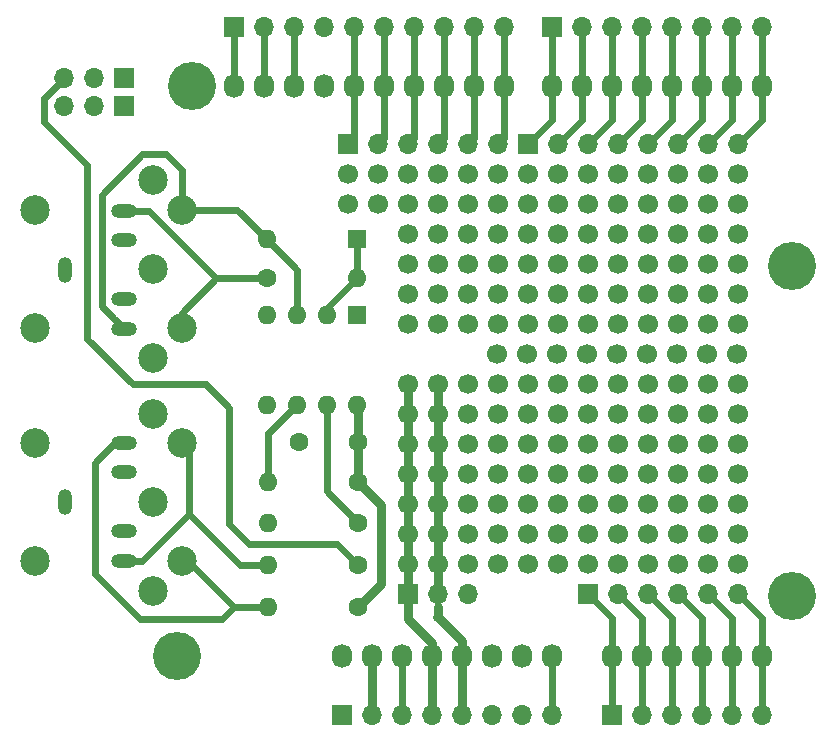
<source format=gbr>
%TF.GenerationSoftware,KiCad,Pcbnew,(6.0.5)*%
%TF.CreationDate,2023-01-02T11:49:04+00:00*%
%TF.ProjectId,ArduinoMIDIProtoShield,41726475-696e-46f4-9d49-444950726f74,rev?*%
%TF.SameCoordinates,Original*%
%TF.FileFunction,Copper,L1,Top*%
%TF.FilePolarity,Positive*%
%FSLAX46Y46*%
G04 Gerber Fmt 4.6, Leading zero omitted, Abs format (unit mm)*
G04 Created by KiCad (PCBNEW (6.0.5)) date 2023-01-02 11:49:04*
%MOMM*%
%LPD*%
G01*
G04 APERTURE LIST*
%TA.AperFunction,ComponentPad*%
%ADD10O,1.700000X1.700000*%
%TD*%
%TA.AperFunction,ComponentPad*%
%ADD11R,1.700000X1.700000*%
%TD*%
%TA.AperFunction,ComponentPad*%
%ADD12O,1.727200X2.032000*%
%TD*%
%TA.AperFunction,ComponentPad*%
%ADD13C,4.064000*%
%TD*%
%TA.AperFunction,ComponentPad*%
%ADD14C,1.700000*%
%TD*%
%TA.AperFunction,ComponentPad*%
%ADD15R,1.600000X1.600000*%
%TD*%
%TA.AperFunction,ComponentPad*%
%ADD16O,1.600000X1.600000*%
%TD*%
%TA.AperFunction,ComponentPad*%
%ADD17C,1.600000*%
%TD*%
%TA.AperFunction,WasherPad*%
%ADD18C,2.499360*%
%TD*%
%TA.AperFunction,ComponentPad*%
%ADD19C,2.499360*%
%TD*%
%TA.AperFunction,ComponentPad*%
%ADD20O,2.200000X1.200000*%
%TD*%
%TA.AperFunction,ComponentPad*%
%ADD21O,1.200000X2.200000*%
%TD*%
%TA.AperFunction,Conductor*%
%ADD22C,0.600000*%
%TD*%
%TA.AperFunction,Conductor*%
%ADD23C,0.800000*%
%TD*%
G04 APERTURE END LIST*
D10*
%TO.P,J12,10,Pin_10*%
%TO.N,/8*%
X152654000Y-70586000D03*
%TO.P,J12,9,Pin_9*%
%TO.N,/9(\u002A\u002A)*%
X150114000Y-70586000D03*
%TO.P,J12,8,Pin_8*%
%TO.N,/10(\u002A\u002A{slash}SS)*%
X147574000Y-70586000D03*
%TO.P,J12,7,Pin_7*%
%TO.N,/11(\u002A\u002A{slash}MOSI)*%
X145034000Y-70586000D03*
%TO.P,J12,6,Pin_6*%
%TO.N,/12(MISO)*%
X142494000Y-70586000D03*
%TO.P,J12,5,Pin_5*%
%TO.N,/13(SCK)*%
X139954000Y-70586000D03*
%TO.P,J12,4,Pin_4*%
%TO.N,GND*%
X137414000Y-70586000D03*
%TO.P,J12,3,Pin_3*%
%TO.N,/AREF*%
X134874000Y-70586000D03*
%TO.P,J12,2,Pin_2*%
%TO.N,/A4(SDA)*%
X132334000Y-70586000D03*
D11*
%TO.P,J12,1,Pin_1*%
%TO.N,/A5(SCL)*%
X129794000Y-70586000D03*
%TD*%
%TO.P,J11,1,Pin_1*%
%TO.N,/7*%
X156718000Y-70586000D03*
D10*
%TO.P,J11,2,Pin_2*%
%TO.N,/6(\u002A\u002A)*%
X159258000Y-70586000D03*
%TO.P,J11,3,Pin_3*%
%TO.N,/5(\u002A\u002A)*%
X161798000Y-70586000D03*
%TO.P,J11,4,Pin_4*%
%TO.N,/4*%
X164338000Y-70586000D03*
%TO.P,J11,5,Pin_5*%
%TO.N,/3(\u002A\u002A)*%
X166878000Y-70586000D03*
%TO.P,J11,6,Pin_6*%
%TO.N,/2*%
X169418000Y-70586000D03*
%TO.P,J11,7,Pin_7*%
%TO.N,/1(Tx)*%
X171958000Y-70586000D03*
%TO.P,J11,8,Pin_8*%
%TO.N,/0(Rx)*%
X174498000Y-70586000D03*
%TD*%
D11*
%TO.P,J10,1,Pin_1*%
%TO.N,/A0*%
X161798000Y-128825000D03*
D10*
%TO.P,J10,2,Pin_2*%
%TO.N,/A1*%
X164338000Y-128825000D03*
%TO.P,J10,3,Pin_3*%
%TO.N,/A2*%
X166878000Y-128825000D03*
%TO.P,J10,4,Pin_4*%
%TO.N,/A3*%
X169418000Y-128825000D03*
%TO.P,J10,5,Pin_5*%
%TO.N,/A4(SDA)*%
X171958000Y-128825000D03*
%TO.P,J10,6,Pin_6*%
%TO.N,/A5(SCL)*%
X174498000Y-128825000D03*
%TD*%
D11*
%TO.P,J9,1,Pin_1*%
%TO.N,unconnected-(J9-Pad1)*%
X138938000Y-128825000D03*
D10*
%TO.P,J9,2,Pin_2*%
%TO.N,/IOREF*%
X141478000Y-128825000D03*
%TO.P,J9,3,Pin_3*%
%TO.N,/Reset*%
X144018000Y-128825000D03*
%TO.P,J9,4,Pin_4*%
%TO.N,+3V3*%
X146558000Y-128825000D03*
%TO.P,J9,5,Pin_5*%
%TO.N,+5V*%
X149098000Y-128825000D03*
%TO.P,J9,6,Pin_6*%
%TO.N,GND*%
X151638000Y-128825000D03*
%TO.P,J9,7,Pin_7*%
X154178000Y-128825000D03*
%TO.P,J9,8,Pin_8*%
%TO.N,/Vin*%
X156718000Y-128825000D03*
%TD*%
D12*
%TO.P,P1,1,Pin_1*%
%TO.N,unconnected-(P1-Pad1)*%
X138938000Y-123825000D03*
%TO.P,P1,2,Pin_2*%
%TO.N,/IOREF*%
X141478000Y-123825000D03*
%TO.P,P1,3,Pin_3*%
%TO.N,/Reset*%
X144018000Y-123825000D03*
%TO.P,P1,4,Pin_4*%
%TO.N,+3V3*%
X146558000Y-123825000D03*
%TO.P,P1,5,Pin_5*%
%TO.N,+5V*%
X149098000Y-123825000D03*
%TO.P,P1,6,Pin_6*%
%TO.N,GND*%
X151638000Y-123825000D03*
%TO.P,P1,7,Pin_7*%
X154178000Y-123825000D03*
%TO.P,P1,8,Pin_8*%
%TO.N,/Vin*%
X156718000Y-123825000D03*
%TD*%
%TO.P,P2,1,Pin_1*%
%TO.N,/A0*%
X161798000Y-123825000D03*
%TO.P,P2,2,Pin_2*%
%TO.N,/A1*%
X164338000Y-123825000D03*
%TO.P,P2,3,Pin_3*%
%TO.N,/A2*%
X166878000Y-123825000D03*
%TO.P,P2,4,Pin_4*%
%TO.N,/A3*%
X169418000Y-123825000D03*
%TO.P,P2,5,Pin_5*%
%TO.N,/A4(SDA)*%
X171958000Y-123825000D03*
%TO.P,P2,6,Pin_6*%
%TO.N,/A5(SCL)*%
X174498000Y-123825000D03*
%TD*%
%TO.P,P3,1,Pin_1*%
%TO.N,/A5(SCL)*%
X129794000Y-75565000D03*
%TO.P,P3,2,Pin_2*%
%TO.N,/A4(SDA)*%
X132334000Y-75565000D03*
%TO.P,P3,3,Pin_3*%
%TO.N,/AREF*%
X134874000Y-75565000D03*
%TO.P,P3,4,Pin_4*%
%TO.N,GND*%
X137414000Y-75565000D03*
%TO.P,P3,5,Pin_5*%
%TO.N,/13(SCK)*%
X139954000Y-75565000D03*
%TO.P,P3,6,Pin_6*%
%TO.N,/12(MISO)*%
X142494000Y-75565000D03*
%TO.P,P3,7,Pin_7*%
%TO.N,/11(\u002A\u002A{slash}MOSI)*%
X145034000Y-75565000D03*
%TO.P,P3,8,Pin_8*%
%TO.N,/10(\u002A\u002A{slash}SS)*%
X147574000Y-75565000D03*
%TO.P,P3,9,Pin_9*%
%TO.N,/9(\u002A\u002A)*%
X150114000Y-75565000D03*
%TO.P,P3,10,Pin_10*%
%TO.N,/8*%
X152654000Y-75565000D03*
%TD*%
%TO.P,P4,1,Pin_1*%
%TO.N,/7*%
X156718000Y-75565000D03*
%TO.P,P4,2,Pin_2*%
%TO.N,/6(\u002A\u002A)*%
X159258000Y-75565000D03*
%TO.P,P4,3,Pin_3*%
%TO.N,/5(\u002A\u002A)*%
X161798000Y-75565000D03*
%TO.P,P4,4,Pin_4*%
%TO.N,/4*%
X164338000Y-75565000D03*
%TO.P,P4,5,Pin_5*%
%TO.N,/3(\u002A\u002A)*%
X166878000Y-75565000D03*
%TO.P,P4,6,Pin_6*%
%TO.N,/2*%
X169418000Y-75565000D03*
%TO.P,P4,7,Pin_7*%
%TO.N,/1(Tx)*%
X171958000Y-75565000D03*
%TO.P,P4,8,Pin_8*%
%TO.N,/0(Rx)*%
X174498000Y-75565000D03*
%TD*%
D13*
%TO.P,P5,1,Pin_1*%
%TO.N,unconnected-(P5-Pad1)*%
X124968000Y-123825000D03*
%TD*%
%TO.P,P6,1,Pin_1*%
%TO.N,unconnected-(P6-Pad1)*%
X177038000Y-118745000D03*
%TD*%
%TO.P,P7,1,Pin_1*%
%TO.N,unconnected-(P7-Pad1)*%
X126238000Y-75565000D03*
%TD*%
%TO.P,P8,1,Pin_1*%
%TO.N,unconnected-(P8-Pad1)*%
X177038000Y-90805000D03*
%TD*%
D14*
%TO.P,,1*%
%TO.N,N/C*%
X162306000Y-110972600D03*
%TD*%
%TO.P,,1*%
%TO.N,N/C*%
X167386000Y-85572600D03*
%TD*%
%TO.P,,1*%
%TO.N,N/C*%
X169926000Y-110972600D03*
%TD*%
%TO.P,,1*%
%TO.N,N/C*%
X152146000Y-108432600D03*
%TD*%
%TO.P,,1*%
%TO.N,N/C*%
X164846000Y-100812600D03*
%TD*%
%TO.P,,1*%
%TO.N,N/C*%
X154686000Y-90652600D03*
%TD*%
%TO.P,,1*%
%TO.N,N/C*%
X172466000Y-116052600D03*
%TD*%
%TO.P,,1*%
%TO.N,N/C*%
X169926000Y-93192600D03*
%TD*%
%TO.P,,1*%
%TO.N,N/C*%
X154686000Y-116052600D03*
%TD*%
%TO.P,,1*%
%TO.N,N/C*%
X167386000Y-105892600D03*
%TD*%
%TO.P,,1*%
%TO.N,N/C*%
X167386000Y-116052600D03*
%TD*%
%TO.P,,1*%
%TO.N,N/C*%
X147066000Y-90652600D03*
%TD*%
%TO.P,,1*%
%TO.N,N/C*%
X147066000Y-88112600D03*
%TD*%
%TO.P,,1*%
%TO.N,N/C*%
X157200600Y-98272600D03*
%TD*%
%TO.P,,1*%
%TO.N,N/C*%
X144526000Y-90652600D03*
%TD*%
%TO.P,,1*%
%TO.N,N/C*%
X162306000Y-116052600D03*
%TD*%
%TO.P,,1*%
%TO.N,N/C*%
X157226000Y-108432600D03*
%TD*%
%TO.P,,1*%
%TO.N,N/C*%
X152146000Y-93192600D03*
%TD*%
%TO.P,,1*%
%TO.N,N/C*%
X147066000Y-83032600D03*
%TD*%
%TO.P,,1*%
%TO.N,N/C*%
X164846000Y-93192600D03*
%TD*%
%TO.P,,1*%
%TO.N,N/C*%
X147066000Y-85572600D03*
%TD*%
%TO.P,,1*%
%TO.N,N/C*%
X141990000Y-83030000D03*
%TD*%
%TO.P,,1*%
%TO.N,N/C*%
X159766000Y-100812600D03*
%TD*%
%TO.P,,1*%
%TO.N,N/C*%
X157226000Y-90652600D03*
%TD*%
%TO.P,,1*%
%TO.N,N/C*%
X169926000Y-100812600D03*
%TD*%
%TO.P,,1*%
%TO.N,N/C*%
X169926000Y-90652600D03*
%TD*%
%TO.P,,1*%
%TO.N,+3V3*%
X144526000Y-100812600D03*
%TD*%
D15*
%TO.P,U1,1,NC*%
%TO.N,unconnected-(U1-Pad1)*%
X140223400Y-94929800D03*
D16*
%TO.P,U1,2,C1*%
%TO.N,Net-(D1-Pad1)*%
X137683400Y-94929800D03*
%TO.P,U1,3,C2*%
%TO.N,Net-(D1-Pad2)*%
X135143400Y-94929800D03*
%TO.P,U1,4,NC*%
%TO.N,unconnected-(U1-Pad4)*%
X132603400Y-94929800D03*
%TO.P,U1,5,GND*%
%TO.N,GND*%
X132603400Y-102549800D03*
%TO.P,U1,6,VO2*%
%TO.N,Net-(J4-Pad3)*%
X135143400Y-102549800D03*
%TO.P,U1,7,VO1*%
%TO.N,Net-(R4-Pad1)*%
X137683400Y-102549800D03*
%TO.P,U1,8,VCC*%
%TO.N,+5V*%
X140223400Y-102549800D03*
%TD*%
D14*
%TO.P,,1*%
%TO.N,N/C*%
X162280600Y-98272600D03*
%TD*%
%TO.P,,1*%
%TO.N,GND*%
X149606000Y-105892600D03*
%TD*%
%TO.P,,1*%
%TO.N,N/C*%
X164846000Y-90652600D03*
%TD*%
%TO.P,,1*%
%TO.N,N/C*%
X159766000Y-88112600D03*
%TD*%
%TO.P,,1*%
%TO.N,+3V3*%
X144526000Y-110972600D03*
%TD*%
%TO.P,,1*%
%TO.N,+3V3*%
X144526000Y-113512600D03*
%TD*%
D11*
%TO.P,J7,1,Pin_1*%
%TO.N,/13(SCK)*%
X139446000Y-80492600D03*
D10*
%TO.P,J7,2,Pin_2*%
%TO.N,/12(MISO)*%
X141986000Y-80492600D03*
%TO.P,J7,3,Pin_3*%
%TO.N,/11(\u002A\u002A{slash}MOSI)*%
X144526000Y-80492600D03*
%TO.P,J7,4,Pin_4*%
%TO.N,/10(\u002A\u002A{slash}SS)*%
X147066000Y-80492600D03*
%TO.P,J7,5,Pin_5*%
%TO.N,/9(\u002A\u002A)*%
X149606000Y-80492600D03*
%TO.P,J7,6,Pin_6*%
%TO.N,/8*%
X152146000Y-80492600D03*
%TD*%
D14*
%TO.P,,1*%
%TO.N,N/C*%
X169926000Y-88112600D03*
%TD*%
D17*
%TO.P,R3,1*%
%TO.N,Net-(IN1-Pad4)*%
X132588000Y-91846400D03*
D16*
%TO.P,R3,2*%
%TO.N,Net-(D1-Pad1)*%
X140208000Y-91846400D03*
%TD*%
D14*
%TO.P,,1*%
%TO.N,N/C*%
X159766000Y-90652600D03*
%TD*%
D17*
%TO.P,R5,1*%
%TO.N,+5V*%
X140335000Y-109093000D03*
D16*
%TO.P,R5,2*%
%TO.N,Net-(J4-Pad3)*%
X132715000Y-109093000D03*
%TD*%
D14*
%TO.P,,1*%
%TO.N,N/C*%
X152146000Y-83032600D03*
%TD*%
%TO.P,,1*%
%TO.N,N/C*%
X172466000Y-103352600D03*
%TD*%
D15*
%TO.P,D1,1,K*%
%TO.N,Net-(D1-Pad1)*%
X140208000Y-88544400D03*
D16*
%TO.P,D1,2,A*%
%TO.N,Net-(D1-Pad2)*%
X132588000Y-88544400D03*
%TD*%
D14*
%TO.P,,1*%
%TO.N,N/C*%
X159766000Y-83032600D03*
%TD*%
D17*
%TO.P,R4,1*%
%TO.N,Net-(R4-Pad1)*%
X140335000Y-112522000D03*
D16*
%TO.P,R4,2*%
%TO.N,GND*%
X132715000Y-112522000D03*
%TD*%
D14*
%TO.P,,1*%
%TO.N,N/C*%
X172466000Y-85572600D03*
%TD*%
%TO.P,,1*%
%TO.N,N/C*%
X172466000Y-113512600D03*
%TD*%
%TO.P,,1*%
%TO.N,N/C*%
X152146000Y-103352600D03*
%TD*%
%TO.P,,1*%
%TO.N,N/C*%
X164846000Y-85572600D03*
%TD*%
%TO.P,,1*%
%TO.N,N/C*%
X164846000Y-95732600D03*
%TD*%
%TO.P,,1*%
%TO.N,N/C*%
X147066000Y-95732600D03*
%TD*%
%TO.P,,1*%
%TO.N,GND*%
X149606000Y-113512600D03*
%TD*%
%TO.P,,1*%
%TO.N,N/C*%
X157226000Y-85572600D03*
%TD*%
%TO.P,,1*%
%TO.N,N/C*%
X164846000Y-110972600D03*
%TD*%
%TO.P,,1*%
%TO.N,+3V3*%
X144526000Y-108432600D03*
%TD*%
%TO.P,,1*%
%TO.N,N/C*%
X157226000Y-103352600D03*
%TD*%
%TO.P,,1*%
%TO.N,N/C*%
X169926000Y-83032600D03*
%TD*%
%TO.P,,1*%
%TO.N,N/C*%
X162306000Y-85572600D03*
%TD*%
%TO.P,,1*%
%TO.N,N/C*%
X164846000Y-88112600D03*
%TD*%
%TO.P,,1*%
%TO.N,+5V*%
X147066000Y-103352600D03*
%TD*%
%TO.P,,1*%
%TO.N,N/C*%
X162306000Y-83032600D03*
%TD*%
%TO.P,,1*%
%TO.N,+3V3*%
X144526000Y-116052600D03*
%TD*%
%TO.P,,1*%
%TO.N,N/C*%
X157226000Y-88112600D03*
%TD*%
%TO.P,,1*%
%TO.N,+5V*%
X147066000Y-105892600D03*
%TD*%
%TO.P,,1*%
%TO.N,N/C*%
X167386000Y-100812600D03*
%TD*%
D17*
%TO.P,C1,1*%
%TO.N,+5V*%
X140295000Y-105664000D03*
%TO.P,C1,2*%
%TO.N,GND*%
X135295000Y-105664000D03*
%TD*%
D14*
%TO.P,,1*%
%TO.N,N/C*%
X167386000Y-93192600D03*
%TD*%
%TO.P,,1*%
%TO.N,N/C*%
X157226000Y-95732600D03*
%TD*%
%TO.P,,1*%
%TO.N,N/C*%
X162306000Y-100812600D03*
%TD*%
%TO.P,,1*%
%TO.N,N/C*%
X172466000Y-93192600D03*
%TD*%
%TO.P,,1*%
%TO.N,N/C*%
X152146000Y-90652600D03*
%TD*%
%TO.P,,1*%
%TO.N,N/C*%
X157226000Y-113512600D03*
%TD*%
%TO.P,,1*%
%TO.N,N/C*%
X157226000Y-116052600D03*
%TD*%
%TO.P,,1*%
%TO.N,N/C*%
X169926000Y-113512600D03*
%TD*%
%TO.P,,1*%
%TO.N,N/C*%
X157226000Y-83032600D03*
%TD*%
%TO.P,,1*%
%TO.N,N/C*%
X152146000Y-85572600D03*
%TD*%
%TO.P,,1*%
%TO.N,N/C*%
X172466000Y-110972600D03*
%TD*%
%TO.P,,1*%
%TO.N,N/C*%
X159766000Y-105892600D03*
%TD*%
%TO.P,,1*%
%TO.N,N/C*%
X164846000Y-103352600D03*
%TD*%
%TO.P,,1*%
%TO.N,N/C*%
X154686000Y-105892600D03*
%TD*%
%TO.P,,1*%
%TO.N,N/C*%
X172466000Y-105892600D03*
%TD*%
%TO.P,,1*%
%TO.N,N/C*%
X169926000Y-108432600D03*
%TD*%
%TO.P,,1*%
%TO.N,N/C*%
X152146000Y-100812600D03*
%TD*%
%TO.P,,1*%
%TO.N,N/C*%
X154686000Y-85572600D03*
%TD*%
%TO.P,,1*%
%TO.N,N/C*%
X164846000Y-105892600D03*
%TD*%
%TO.P,,1*%
%TO.N,N/C*%
X167386000Y-108432600D03*
%TD*%
%TO.P,,1*%
%TO.N,N/C*%
X164846000Y-108432600D03*
%TD*%
%TO.P,,1*%
%TO.N,GND*%
X149606000Y-116052600D03*
%TD*%
%TO.P,,1*%
%TO.N,N/C*%
X154686000Y-95732600D03*
%TD*%
%TO.P,,1*%
%TO.N,N/C*%
X167386000Y-90652600D03*
%TD*%
%TO.P,,1*%
%TO.N,N/C*%
X162306000Y-105892600D03*
%TD*%
%TO.P,,1*%
%TO.N,N/C*%
X167386000Y-83032600D03*
%TD*%
%TO.P,,1*%
%TO.N,N/C*%
X139450000Y-85570000D03*
%TD*%
%TO.P,,1*%
%TO.N,N/C*%
X172466000Y-90652600D03*
%TD*%
%TO.P,,1*%
%TO.N,N/C*%
X154686000Y-93192600D03*
%TD*%
%TO.P,,1*%
%TO.N,N/C*%
X167386000Y-103352600D03*
%TD*%
%TO.P,,1*%
%TO.N,N/C*%
X154686000Y-113512600D03*
%TD*%
D18*
%TO.P,IN1,*%
%TO.N,*%
X112938300Y-86037740D03*
X112938300Y-96040260D03*
D19*
%TO.P,IN1,1*%
%TO.N,unconnected-(IN1-Pad1)*%
X122933200Y-98537080D03*
%TO.P,IN1,2*%
%TO.N,unconnected-(IN1-Pad2)*%
X122935740Y-91039000D03*
%TO.P,IN1,3*%
%TO.N,unconnected-(IN1-Pad3)*%
X122933200Y-83540920D03*
%TO.P,IN1,4*%
%TO.N,Net-(IN1-Pad4)*%
X125435100Y-96035180D03*
%TO.P,IN1,5*%
%TO.N,Net-(D1-Pad2)*%
X125435100Y-86042820D03*
%TD*%
D11*
%TO.P,J5,1,Pin_1*%
%TO.N,+3V3*%
X144526000Y-118592600D03*
D10*
%TO.P,J5,2,Pin_2*%
%TO.N,+5V*%
X147066000Y-118592600D03*
%TO.P,J5,3,Pin_3*%
%TO.N,GND*%
X149606000Y-118592600D03*
%TD*%
D14*
%TO.P,,1*%
%TO.N,+5V*%
X147066000Y-108432600D03*
%TD*%
%TO.P,,1*%
%TO.N,N/C*%
X152120600Y-98272600D03*
%TD*%
%TO.P,,1*%
%TO.N,+5V*%
X147066000Y-110972600D03*
%TD*%
%TO.P,,1*%
%TO.N,N/C*%
X152146000Y-110972600D03*
%TD*%
%TO.P,,1*%
%TO.N,+5V*%
X147066000Y-116052600D03*
%TD*%
D20*
%TO.P,J2,R*%
%TO.N,Net-(J2-PadR)*%
X120493800Y-105750000D03*
%TO.P,J2,RN*%
%TO.N,N/C*%
X120493800Y-108250000D03*
D21*
%TO.P,J2,S*%
%TO.N,GND*%
X115493800Y-110750000D03*
D20*
%TO.P,J2,T*%
%TO.N,Net-(J2-PadT)*%
X120493800Y-115750000D03*
%TO.P,J2,TN*%
%TO.N,N/C*%
X120493800Y-113250000D03*
%TD*%
D14*
%TO.P,,1*%
%TO.N,N/C*%
X152146000Y-113512600D03*
%TD*%
%TO.P,,1*%
%TO.N,N/C*%
X162306000Y-95732600D03*
%TD*%
%TO.P,,1*%
%TO.N,GND*%
X149606000Y-100812600D03*
%TD*%
%TO.P,,1*%
%TO.N,N/C*%
X169926000Y-85572600D03*
%TD*%
%TO.P,,1*%
%TO.N,N/C*%
X162306000Y-88112600D03*
%TD*%
%TO.P,,1*%
%TO.N,N/C*%
X154686000Y-100812600D03*
%TD*%
%TO.P,,1*%
%TO.N,N/C*%
X164846000Y-113512600D03*
%TD*%
%TO.P,,1*%
%TO.N,GND*%
X149606000Y-110972600D03*
%TD*%
%TO.P,,1*%
%TO.N,N/C*%
X167360600Y-98272600D03*
%TD*%
%TO.P,,1*%
%TO.N,GND*%
X149606000Y-103352600D03*
%TD*%
%TO.P,,1*%
%TO.N,N/C*%
X159766000Y-110972600D03*
%TD*%
%TO.P,,1*%
%TO.N,N/C*%
X159766000Y-103352600D03*
%TD*%
%TO.P,,1*%
%TO.N,N/C*%
X144526000Y-85572600D03*
%TD*%
%TO.P,,1*%
%TO.N,N/C*%
X167386000Y-113512600D03*
%TD*%
%TO.P,,1*%
%TO.N,N/C*%
X169926000Y-95732600D03*
%TD*%
%TO.P,,1*%
%TO.N,N/C*%
X167386000Y-88112600D03*
%TD*%
%TO.P,,1*%
%TO.N,N/C*%
X149606000Y-88112600D03*
%TD*%
%TO.P,,1*%
%TO.N,N/C*%
X172466000Y-100812600D03*
%TD*%
D20*
%TO.P,J1,R*%
%TO.N,Net-(IN1-Pad4)*%
X120493800Y-86100000D03*
%TO.P,J1,RN*%
%TO.N,N/C*%
X120493800Y-88600000D03*
D21*
%TO.P,J1,S*%
%TO.N,unconnected-(J1-PadS)*%
X115493800Y-91100000D03*
D20*
%TO.P,J1,T*%
%TO.N,Net-(D1-Pad2)*%
X120493800Y-96100000D03*
%TO.P,J1,TN*%
%TO.N,N/C*%
X120493800Y-93600000D03*
%TD*%
D14*
%TO.P,,1*%
%TO.N,N/C*%
X172466000Y-95732600D03*
%TD*%
%TO.P,,1*%
%TO.N,N/C*%
X144526000Y-88112600D03*
%TD*%
%TO.P,,1*%
%TO.N,N/C*%
X149606000Y-85572600D03*
%TD*%
%TO.P,,1*%
%TO.N,+5V*%
X147066000Y-100812600D03*
%TD*%
%TO.P,,1*%
%TO.N,N/C*%
X167386000Y-95732600D03*
%TD*%
%TO.P,,1*%
%TO.N,N/C*%
X154686000Y-108432600D03*
%TD*%
%TO.P,,1*%
%TO.N,N/C*%
X152146000Y-88112600D03*
%TD*%
%TO.P,,1*%
%TO.N,N/C*%
X162306000Y-93192600D03*
%TD*%
D18*
%TO.P,OUT1,*%
%TO.N,*%
X112938300Y-115789260D03*
X112938300Y-105786740D03*
D19*
%TO.P,OUT1,1*%
%TO.N,unconnected-(OUT1-Pad1)*%
X122933200Y-118286080D03*
%TO.P,OUT1,2*%
%TO.N,GND*%
X122935740Y-110788000D03*
%TO.P,OUT1,3*%
%TO.N,unconnected-(OUT1-Pad3)*%
X122933200Y-103289920D03*
%TO.P,OUT1,4*%
%TO.N,Net-(J2-PadR)*%
X125435100Y-115784180D03*
%TO.P,OUT1,5*%
%TO.N,Net-(J2-PadT)*%
X125435100Y-105791820D03*
%TD*%
D14*
%TO.P,,1*%
%TO.N,+3V3*%
X144526000Y-103352600D03*
%TD*%
%TO.P,,1*%
%TO.N,N/C*%
X157226000Y-100812600D03*
%TD*%
%TO.P,,1*%
%TO.N,N/C*%
X169926000Y-105892600D03*
%TD*%
D11*
%TO.P,J6,1,Pin_1*%
%TO.N,/A0*%
X159766000Y-118592600D03*
D10*
%TO.P,J6,2,Pin_2*%
%TO.N,/A1*%
X162306000Y-118592600D03*
%TO.P,J6,3,Pin_3*%
%TO.N,/A2*%
X164846000Y-118592600D03*
%TO.P,J6,4,Pin_4*%
%TO.N,/A3*%
X167386000Y-118592600D03*
%TO.P,J6,5,Pin_5*%
%TO.N,/A4(SDA)*%
X169926000Y-118592600D03*
%TO.P,J6,6,Pin_6*%
%TO.N,/A5(SCL)*%
X172466000Y-118592600D03*
%TD*%
D17*
%TO.P,R1,1*%
%TO.N,+5V*%
X140335000Y-119634000D03*
D16*
%TO.P,R1,2*%
%TO.N,Net-(J2-PadR)*%
X132715000Y-119634000D03*
%TD*%
D14*
%TO.P,,1*%
%TO.N,N/C*%
X159766000Y-108432600D03*
%TD*%
%TO.P,,1*%
%TO.N,N/C*%
X172466000Y-83032600D03*
%TD*%
%TO.P,,1*%
%TO.N,+5V*%
X147066000Y-113512600D03*
%TD*%
%TO.P,,1*%
%TO.N,N/C*%
X154686000Y-88112600D03*
%TD*%
%TO.P,,1*%
%TO.N,N/C*%
X157226000Y-105892600D03*
%TD*%
%TO.P,,1*%
%TO.N,N/C*%
X141990000Y-85570000D03*
%TD*%
%TO.P,,1*%
%TO.N,N/C*%
X167386000Y-110972600D03*
%TD*%
%TO.P,,1*%
%TO.N,N/C*%
X162306000Y-103352600D03*
%TD*%
%TO.P,,1*%
%TO.N,N/C*%
X162306000Y-90652600D03*
%TD*%
%TO.P,,1*%
%TO.N,N/C*%
X169926000Y-116052600D03*
%TD*%
%TO.P,,1*%
%TO.N,N/C*%
X139450000Y-83030000D03*
%TD*%
%TO.P,,1*%
%TO.N,N/C*%
X164820600Y-98272600D03*
%TD*%
%TO.P,,1*%
%TO.N,N/C*%
X144526000Y-93192600D03*
%TD*%
D11*
%TO.P,J4,1,Pin_1*%
%TO.N,/0(Rx)*%
X120505000Y-77280000D03*
D10*
%TO.P,J4,2,Pin_2*%
X117965000Y-77280000D03*
%TO.P,J4,3,Pin_3*%
%TO.N,Net-(J4-Pad3)*%
X115425000Y-77280000D03*
%TD*%
D14*
%TO.P,,1*%
%TO.N,N/C*%
X162306000Y-108432600D03*
%TD*%
%TO.P,,1*%
%TO.N,N/C*%
X159766000Y-85572600D03*
%TD*%
%TO.P,,1*%
%TO.N,N/C*%
X149606000Y-90652600D03*
%TD*%
%TO.P,,1*%
%TO.N,N/C*%
X152146000Y-116052600D03*
%TD*%
%TO.P,,1*%
%TO.N,+3V3*%
X144526000Y-105892600D03*
%TD*%
%TO.P,,1*%
%TO.N,N/C*%
X172440600Y-98272600D03*
%TD*%
%TO.P,,1*%
%TO.N,N/C*%
X157226000Y-110972600D03*
%TD*%
%TO.P,,1*%
%TO.N,N/C*%
X149606000Y-83032600D03*
%TD*%
D11*
%TO.P,J8,1,Pin_1*%
%TO.N,/7*%
X154686000Y-80492600D03*
D10*
%TO.P,J8,2,Pin_2*%
%TO.N,/6(\u002A\u002A)*%
X157226000Y-80492600D03*
%TO.P,J8,3,Pin_3*%
%TO.N,/5(\u002A\u002A)*%
X159766000Y-80492600D03*
%TO.P,J8,4,Pin_4*%
%TO.N,/4*%
X162306000Y-80492600D03*
%TO.P,J8,5,Pin_5*%
%TO.N,/3(\u002A\u002A)*%
X164846000Y-80492600D03*
%TO.P,J8,6,Pin_6*%
%TO.N,/2*%
X167386000Y-80492600D03*
%TO.P,J8,7,Pin_7*%
%TO.N,/1(Tx)*%
X169926000Y-80492600D03*
%TO.P,J8,8,Pin_8*%
%TO.N,/0(Rx)*%
X172466000Y-80492600D03*
%TD*%
D11*
%TO.P,J3,1,Pin_1*%
%TO.N,/1(Tx)*%
X120505000Y-74840000D03*
D10*
%TO.P,J3,2,Pin_2*%
X117965000Y-74840000D03*
%TO.P,J3,3,Pin_3*%
%TO.N,Net-(J3-Pad3)*%
X115425000Y-74840000D03*
%TD*%
D14*
%TO.P,,1*%
%TO.N,N/C*%
X159766000Y-93192600D03*
%TD*%
%TO.P,,1*%
%TO.N,N/C*%
X157226000Y-93192600D03*
%TD*%
%TO.P,,1*%
%TO.N,N/C*%
X159766000Y-113512600D03*
%TD*%
D17*
%TO.P,R2,1*%
%TO.N,Net-(J3-Pad3)*%
X140335000Y-116078000D03*
D16*
%TO.P,R2,2*%
%TO.N,Net-(J2-PadT)*%
X132715000Y-116078000D03*
%TD*%
D14*
%TO.P,,1*%
%TO.N,N/C*%
X169926000Y-103352600D03*
%TD*%
%TO.P,,1*%
%TO.N,N/C*%
X152146000Y-95732600D03*
%TD*%
%TO.P,,1*%
%TO.N,N/C*%
X172466000Y-88112600D03*
%TD*%
%TO.P,,1*%
%TO.N,N/C*%
X149606000Y-93192600D03*
%TD*%
%TO.P,,1*%
%TO.N,N/C*%
X154686000Y-103352600D03*
%TD*%
%TO.P,,1*%
%TO.N,N/C*%
X147066000Y-93192600D03*
%TD*%
%TO.P,,1*%
%TO.N,N/C*%
X172466000Y-108432600D03*
%TD*%
%TO.P,,1*%
%TO.N,N/C*%
X159740600Y-98272600D03*
%TD*%
%TO.P,,1*%
%TO.N,N/C*%
X164846000Y-116052600D03*
%TD*%
%TO.P,,1*%
%TO.N,N/C*%
X154686000Y-110972600D03*
%TD*%
%TO.P,,1*%
%TO.N,N/C*%
X169900600Y-98272600D03*
%TD*%
%TO.P,,1*%
%TO.N,N/C*%
X154686000Y-83032600D03*
%TD*%
%TO.P,,1*%
%TO.N,N/C*%
X154660600Y-98272600D03*
%TD*%
%TO.P,,1*%
%TO.N,N/C*%
X159766000Y-116052600D03*
%TD*%
%TO.P,,1*%
%TO.N,GND*%
X149606000Y-108432600D03*
%TD*%
%TO.P,,1*%
%TO.N,N/C*%
X159766000Y-95732600D03*
%TD*%
%TO.P,,1*%
%TO.N,N/C*%
X149606000Y-95732600D03*
%TD*%
%TO.P,,1*%
%TO.N,N/C*%
X144526000Y-95732600D03*
%TD*%
%TO.P,,1*%
%TO.N,N/C*%
X164846000Y-83032600D03*
%TD*%
%TO.P,,1*%
%TO.N,N/C*%
X144526000Y-83032600D03*
%TD*%
%TO.P,,1*%
%TO.N,N/C*%
X152146000Y-105892600D03*
%TD*%
%TO.P,,1*%
%TO.N,N/C*%
X162306000Y-113512600D03*
%TD*%
D22*
%TO.N,/A4(SDA)*%
X171958000Y-120624600D02*
X169926000Y-118592600D01*
%TO.N,/Reset*%
X144018000Y-123825000D02*
X144018000Y-128825000D01*
D23*
%TO.N,/IOREF*%
X141478000Y-123825000D02*
X141478000Y-128825000D01*
%TO.N,+3V3*%
X146558000Y-123825000D02*
X146558000Y-128825000D01*
%TO.N,+5V*%
X149098000Y-123825000D02*
X149098000Y-128825000D01*
D22*
%TO.N,/Vin*%
X156718000Y-128825000D02*
X156718000Y-123825000D01*
%TO.N,/A0*%
X161798000Y-123825000D02*
X161798000Y-128825000D01*
%TO.N,/A1*%
X164338000Y-128825000D02*
X164338000Y-123825000D01*
%TO.N,/A2*%
X166878000Y-123825000D02*
X166878000Y-128825000D01*
%TO.N,/A3*%
X169418000Y-128825000D02*
X169418000Y-123825000D01*
%TO.N,/A4(SDA)*%
X171958000Y-123825000D02*
X171958000Y-128825000D01*
%TO.N,/A5(SCL)*%
X174498000Y-123825000D02*
X174498000Y-128825000D01*
%TO.N,/0(Rx)*%
X174498000Y-70586000D02*
X174498000Y-75565000D01*
%TO.N,/1(Tx)*%
X171958000Y-70586000D02*
X171958000Y-75565000D01*
%TO.N,/2*%
X169418000Y-70586000D02*
X169418000Y-75565000D01*
%TO.N,/3(\u002A\u002A)*%
X166878000Y-70586000D02*
X166878000Y-75565000D01*
%TO.N,/4*%
X164338000Y-70586000D02*
X164338000Y-75565000D01*
%TO.N,/5(\u002A\u002A)*%
X161798000Y-70586000D02*
X161798000Y-75565000D01*
%TO.N,/6(\u002A\u002A)*%
X159258000Y-70586000D02*
X159258000Y-75565000D01*
%TO.N,/7*%
X156718000Y-70586000D02*
X156718000Y-75565000D01*
%TO.N,/8*%
X152654000Y-70586000D02*
X152654000Y-75565000D01*
%TO.N,/9(\u002A\u002A)*%
X150114000Y-70586000D02*
X150114000Y-75565000D01*
%TO.N,/10(\u002A\u002A{slash}SS)*%
X147574000Y-70586000D02*
X147574000Y-75565000D01*
%TO.N,/11(\u002A\u002A{slash}MOSI)*%
X145034000Y-70586000D02*
X145034000Y-75565000D01*
%TO.N,/12(MISO)*%
X142494000Y-70586000D02*
X142494000Y-75565000D01*
%TO.N,/13(SCK)*%
X139954000Y-70586000D02*
X139954000Y-75565000D01*
%TO.N,/AREF*%
X134874000Y-70586000D02*
X134874000Y-75565000D01*
%TO.N,/A4(SDA)*%
X132334000Y-70586000D02*
X132334000Y-75565000D01*
%TO.N,/A5(SCL)*%
X129794000Y-70586000D02*
X129794000Y-75565000D01*
D23*
%TO.N,+5V*%
X147066000Y-120523000D02*
X147040600Y-120548400D01*
X147066000Y-119659400D02*
X147066000Y-120523000D01*
X140335000Y-109093000D02*
X140335000Y-105704000D01*
X147066000Y-103352600D02*
X147066000Y-105892600D01*
X149098000Y-123825000D02*
X149098000Y-122580400D01*
X142290800Y-117678200D02*
X140335000Y-119634000D01*
X147066000Y-120548400D02*
X147040600Y-120548400D01*
X147066000Y-113512600D02*
X147066000Y-116052600D01*
X140335000Y-109093000D02*
X142290800Y-111048800D01*
X142290800Y-111048800D02*
X142290800Y-117678200D01*
X147066000Y-116052600D02*
X147066000Y-118592600D01*
X147066000Y-105892600D02*
X147066000Y-108432600D01*
X147066000Y-110972600D02*
X147066000Y-113512600D01*
X140295000Y-105664000D02*
X140295000Y-102591400D01*
X147066000Y-100812600D02*
X147066000Y-103352600D01*
X147066000Y-108432600D02*
X147066000Y-110972600D01*
X140295000Y-102591400D02*
X140223400Y-102519800D01*
X149098000Y-122580400D02*
X147066000Y-120548400D01*
D22*
%TO.N,/A0*%
X161798000Y-120624600D02*
X159766000Y-118592600D01*
X161798000Y-123825000D02*
X161798000Y-120624600D01*
%TO.N,/A1*%
X164338000Y-123825000D02*
X164338000Y-120624600D01*
X164338000Y-120624600D02*
X162306000Y-118592600D01*
%TO.N,/A2*%
X166878000Y-120624600D02*
X164846000Y-118592600D01*
X166878000Y-123825000D02*
X166878000Y-120624600D01*
%TO.N,/A3*%
X169418000Y-123825000D02*
X169418000Y-120624600D01*
X169418000Y-120624600D02*
X167386000Y-118592600D01*
%TO.N,/A4(SDA)*%
X171958000Y-123825000D02*
X171958000Y-120624600D01*
%TO.N,/A5(SCL)*%
X174498000Y-120624600D02*
X172466000Y-118592600D01*
X174498000Y-123825000D02*
X174498000Y-120624600D01*
%TO.N,/9(\u002A\u002A)*%
X150114000Y-75565000D02*
X150114000Y-79984600D01*
X150114000Y-79984600D02*
X149606000Y-80492600D01*
%TO.N,/8*%
X152654000Y-79984600D02*
X152146000Y-80492600D01*
X152654000Y-75565000D02*
X152654000Y-79984600D01*
%TO.N,/7*%
X156718000Y-78460600D02*
X154686000Y-80492600D01*
X156718000Y-75565000D02*
X156718000Y-78460600D01*
%TO.N,/6(\u002A\u002A)*%
X159258000Y-75565000D02*
X159258000Y-78460600D01*
X159258000Y-78460600D02*
X157226000Y-80492600D01*
%TO.N,/5(\u002A\u002A)*%
X161798000Y-75565000D02*
X161798000Y-78460600D01*
X161798000Y-78460600D02*
X159766000Y-80492600D01*
%TO.N,/4*%
X164338000Y-78460600D02*
X162306000Y-80492600D01*
X164338000Y-75565000D02*
X164338000Y-78460600D01*
%TO.N,/3(\u002A\u002A)*%
X166878000Y-75565000D02*
X166878000Y-78460600D01*
X166878000Y-78460600D02*
X164846000Y-80492600D01*
%TO.N,/2*%
X169418000Y-78460600D02*
X167386000Y-80492600D01*
X169418000Y-75565000D02*
X169418000Y-78460600D01*
%TO.N,/1(Tx)*%
X171958000Y-78460600D02*
X169926000Y-80492600D01*
X171958000Y-75565000D02*
X171958000Y-78460600D01*
%TO.N,/0(Rx)*%
X174498000Y-75565000D02*
X174498000Y-78460600D01*
X174498000Y-78460600D02*
X172466000Y-80492600D01*
%TO.N,Net-(D1-Pad1)*%
X137683400Y-94371000D02*
X140208000Y-91846400D01*
X140208000Y-91846400D02*
X140208000Y-88544400D01*
X137683400Y-94929800D02*
X137683400Y-94371000D01*
%TO.N,Net-(D1-Pad2)*%
X135143400Y-91099800D02*
X135143400Y-94929800D01*
X122050000Y-81320000D02*
X124020000Y-81320000D01*
X125402100Y-86042820D02*
X130086420Y-86042820D01*
X118610000Y-84760000D02*
X122050000Y-81320000D01*
X130086420Y-86042820D02*
X132588000Y-88544400D01*
X125402100Y-82702100D02*
X125402100Y-86042820D01*
X119660000Y-95240000D02*
X120551000Y-96131000D01*
X120493800Y-96073800D02*
X119660000Y-95240000D01*
X119660000Y-95240000D02*
X118610000Y-94190000D01*
X120493800Y-96100000D02*
X120493800Y-96073800D01*
X124020000Y-81320000D02*
X125402100Y-82702100D01*
X118610000Y-94190000D02*
X118610000Y-84760000D01*
X132588000Y-88544400D02*
X135143400Y-91099800D01*
%TO.N,/11(\u002A\u002A{slash}MOSI)*%
X145034000Y-75565000D02*
X145034000Y-79984600D01*
X145034000Y-79984600D02*
X144526000Y-80492600D01*
%TO.N,/13(SCK)*%
X139954000Y-75565000D02*
X139954000Y-79984600D01*
X139954000Y-79984600D02*
X139446000Y-80492600D01*
%TO.N,/10(\u002A\u002A{slash}SS)*%
X147574000Y-79984600D02*
X147066000Y-80492600D01*
X147574000Y-75565000D02*
X147574000Y-79984600D01*
D23*
%TO.N,+3V3*%
X144526000Y-116052600D02*
X144526000Y-113512600D01*
X144526000Y-103352600D02*
X144526000Y-100812600D01*
X144526000Y-120700800D02*
X146558000Y-122732800D01*
X146558000Y-122732800D02*
X146558000Y-123825000D01*
X144526000Y-118592600D02*
X144526000Y-116052600D01*
X144526000Y-110972600D02*
X144526000Y-108432600D01*
X144526000Y-105892600D02*
X144526000Y-103352600D01*
X144526000Y-113512600D02*
X144526000Y-110972600D01*
X144526000Y-118592600D02*
X144526000Y-120700800D01*
X144526000Y-108432600D02*
X144526000Y-105892600D01*
D22*
%TO.N,/12(MISO)*%
X142494000Y-75565000D02*
X142494000Y-79984600D01*
X142494000Y-79984600D02*
X141986000Y-80492600D01*
%TO.N,Net-(J2-PadR)*%
X128814920Y-120660000D02*
X129840920Y-119634000D01*
X118040000Y-116840000D02*
X121860000Y-120660000D01*
X120960000Y-105780000D02*
X119690000Y-105780000D01*
X118040000Y-107430000D02*
X118040000Y-116840000D01*
X119690000Y-105780000D02*
X118040000Y-107430000D01*
X129840920Y-119634000D02*
X132715000Y-119634000D01*
X126022100Y-115815180D02*
X129840920Y-119634000D01*
X121860000Y-120660000D02*
X128814920Y-120660000D01*
%TO.N,Net-(IN1-Pad4)*%
X125402100Y-94757900D02*
X125402100Y-96002180D01*
X122601000Y-86131000D02*
X128316400Y-91846400D01*
X125402100Y-94757900D02*
X128313600Y-91846400D01*
X120493800Y-86100000D02*
X121640000Y-86100000D01*
X121671000Y-86131000D02*
X122601000Y-86131000D01*
X128313600Y-91846400D02*
X128316400Y-91846400D01*
X128316400Y-91846400D02*
X130526400Y-91846400D01*
X121640000Y-86100000D02*
X121671000Y-86131000D01*
X125402100Y-96002180D02*
X125435100Y-96035180D01*
X121067000Y-86131000D02*
X121671000Y-86131000D01*
X132588000Y-91846400D02*
X130526400Y-91846400D01*
%TO.N,Net-(R4-Pad1)*%
X137683400Y-102519800D02*
X137683400Y-109870400D01*
X137683400Y-109870400D02*
X140335000Y-112522000D01*
%TO.N,Net-(J2-PadT)*%
X120960000Y-115780000D02*
X122040200Y-115780000D01*
X122040200Y-115780000D02*
X126022100Y-111798100D01*
X130302000Y-116078000D02*
X126022100Y-111798100D01*
X126022100Y-111798100D02*
X126022100Y-105822820D01*
X132715000Y-116078000D02*
X130302000Y-116078000D01*
%TO.N,Net-(J3-Pad3)*%
X117375000Y-96945000D02*
X121250000Y-100820000D01*
X129413000Y-112649000D02*
X131064000Y-114300000D01*
X113770000Y-76565000D02*
X113770000Y-78620000D01*
X127450000Y-100820000D02*
X129413000Y-102783000D01*
X138557000Y-114300000D02*
X140335000Y-116078000D01*
X121250000Y-100820000D02*
X127450000Y-100820000D01*
X115495000Y-74840000D02*
X113770000Y-76565000D01*
X117375000Y-82225000D02*
X117375000Y-96945000D01*
X131064000Y-114300000D02*
X138557000Y-114300000D01*
X129413000Y-102783000D02*
X129413000Y-112649000D01*
X113770000Y-78620000D02*
X117375000Y-82225000D01*
%TO.N,Net-(J4-Pad3)*%
X132715000Y-104948200D02*
X132715000Y-105435400D01*
X135143400Y-102519800D02*
X132715000Y-104948200D01*
X132715000Y-105435400D02*
X132715000Y-109093000D01*
%TD*%
M02*

</source>
